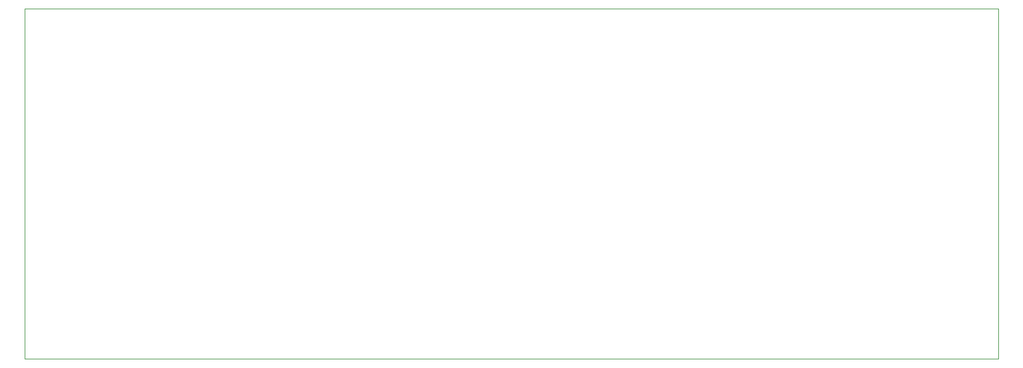
<source format=gbr>
G04 (created by PCBNEW (2013-may-18)-stable) date 2014年05月12日 星期一 23时21分15秒*
%MOIN*%
G04 Gerber Fmt 3.4, Leading zero omitted, Abs format*
%FSLAX34Y34*%
G01*
G70*
G90*
G04 APERTURE LIST*
%ADD10C,0.00590551*%
%ADD11C,0.00393701*%
G04 APERTURE END LIST*
G54D10*
G54D11*
X84400Y-51675D02*
X31800Y-51675D01*
X84400Y-32775D02*
X84400Y-51675D01*
X31800Y-32775D02*
X84400Y-32775D01*
X31800Y-51675D02*
X31800Y-32775D01*
M02*

</source>
